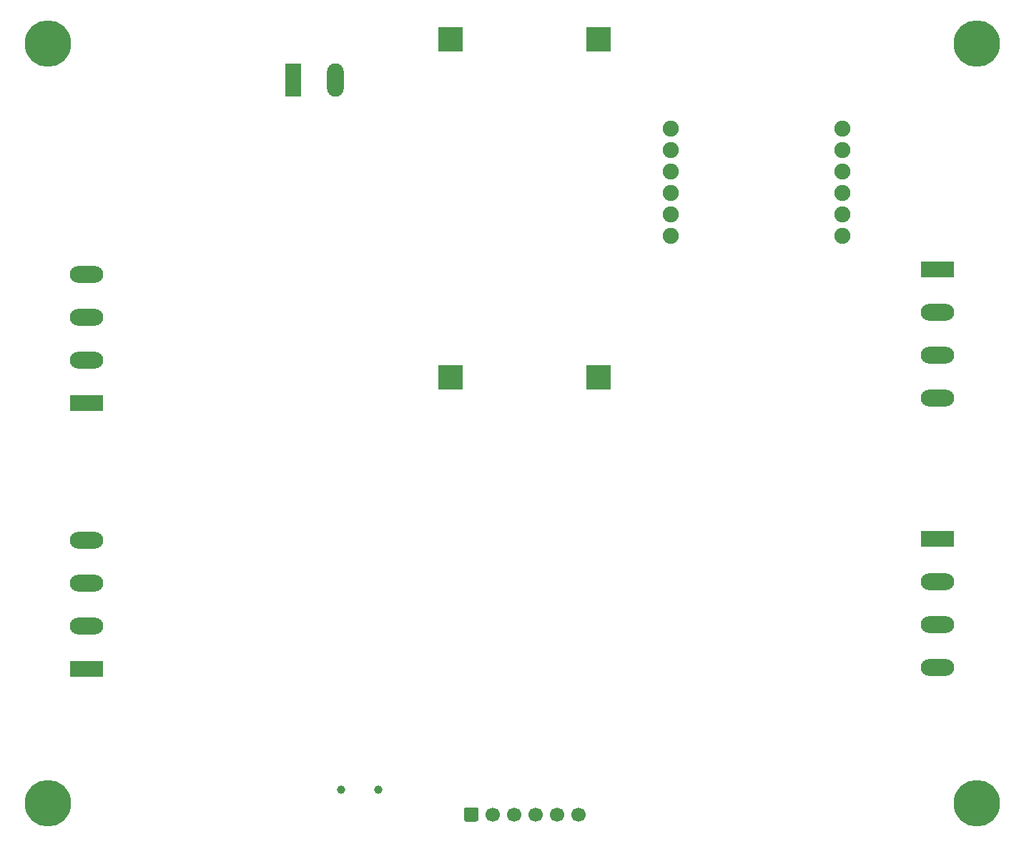
<source format=gbr>
%TF.GenerationSoftware,KiCad,Pcbnew,(5.1.9)-1*%
%TF.CreationDate,2021-03-09T23:57:27+01:00*%
%TF.ProjectId,IO_LINK,494f5f4c-494e-44b2-9e6b-696361645f70,rev?*%
%TF.SameCoordinates,Original*%
%TF.FileFunction,Soldermask,Bot*%
%TF.FilePolarity,Negative*%
%FSLAX46Y46*%
G04 Gerber Fmt 4.6, Leading zero omitted, Abs format (unit mm)*
G04 Created by KiCad (PCBNEW (5.1.9)-1) date 2021-03-09 23:57:27*
%MOMM*%
%LPD*%
G01*
G04 APERTURE LIST*
%ADD10C,1.900000*%
%ADD11O,1.980000X3.960000*%
%ADD12R,1.980000X3.960000*%
%ADD13R,3.960000X1.980000*%
%ADD14O,3.960000X1.980000*%
%ADD15C,1.700000*%
%ADD16C,1.000000*%
%ADD17R,3.000000X3.000000*%
%ADD18C,5.500000*%
%ADD19C,3.600000*%
G04 APERTURE END LIST*
D10*
%TO.C,M1*%
X149110000Y-77843500D03*
X149110000Y-75303500D03*
X149110000Y-72763500D03*
X149110000Y-67683500D03*
X149110000Y-70223500D03*
X149110000Y-65143500D03*
X128790000Y-65143500D03*
X128790000Y-67683500D03*
X128790000Y-70223500D03*
X128790000Y-72763500D03*
X128790000Y-75303500D03*
X128790000Y-77843500D03*
%TD*%
D11*
%TO.C,J1*%
X89056000Y-59358600D03*
D12*
X84056000Y-59358600D03*
%TD*%
D13*
%TO.C,J7*%
X160360660Y-113724880D03*
D14*
X160360660Y-118804880D03*
X160360660Y-123884880D03*
X160360660Y-128964880D03*
%TD*%
D13*
%TO.C,J6*%
X160366020Y-81813240D03*
D14*
X160366020Y-86893240D03*
X160366020Y-91973240D03*
X160366020Y-97053240D03*
%TD*%
D15*
%TO.C,J3*%
X117848500Y-146356700D03*
X115308500Y-146356700D03*
X112768500Y-146356700D03*
X110228500Y-146356700D03*
X107688500Y-146356700D03*
G36*
G01*
X105748500Y-147206700D02*
X104548500Y-147206700D01*
G75*
G02*
X104298500Y-146956700I0J250000D01*
G01*
X104298500Y-145756700D01*
G75*
G02*
X104548500Y-145506700I250000J0D01*
G01*
X105748500Y-145506700D01*
G75*
G02*
X105998500Y-145756700I0J-250000D01*
G01*
X105998500Y-146956700D01*
G75*
G02*
X105748500Y-147206700I-250000J0D01*
G01*
G37*
%TD*%
D14*
%TO.C,J5*%
X59634000Y-113893100D03*
X59634000Y-118973100D03*
X59634000Y-124053100D03*
D13*
X59634000Y-129133100D03*
%TD*%
D14*
%TO.C,J4*%
X59634000Y-82393100D03*
X59634000Y-87473100D03*
X59634000Y-92553100D03*
D13*
X59634000Y-97633100D03*
%TD*%
D16*
%TO.C,J2*%
X89773400Y-143396000D03*
X94173400Y-143396000D03*
%TD*%
D17*
%TO.C,M2*%
X102692300Y-54534100D03*
X120192300Y-94534100D03*
X102692300Y-94534100D03*
X120192300Y-54534100D03*
%TD*%
D18*
%TO.C,H1*%
X55000000Y-55000000D03*
D19*
X55000000Y-55000000D03*
%TD*%
%TO.C,H2*%
X55000000Y-145000000D03*
D18*
X55000000Y-145000000D03*
%TD*%
D19*
%TO.C,H3*%
X165000000Y-55000000D03*
D18*
X165000000Y-55000000D03*
%TD*%
%TO.C,H4*%
X165000000Y-145000000D03*
D19*
X165000000Y-145000000D03*
%TD*%
M02*

</source>
